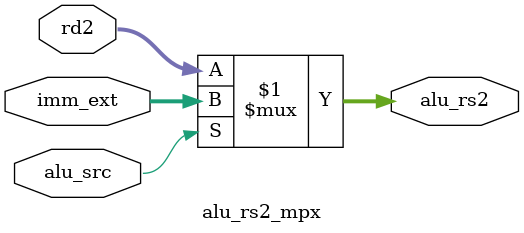
<source format=v>
module alu_rs2_mpx(
    input alu_src,
    input [31:0]rd2,
    input [31:0]imm_ext,
    output[31:0]alu_rs2
);

assign alu_rs2 = (alu_src) ? imm_ext : rd2;

endmodule

</source>
